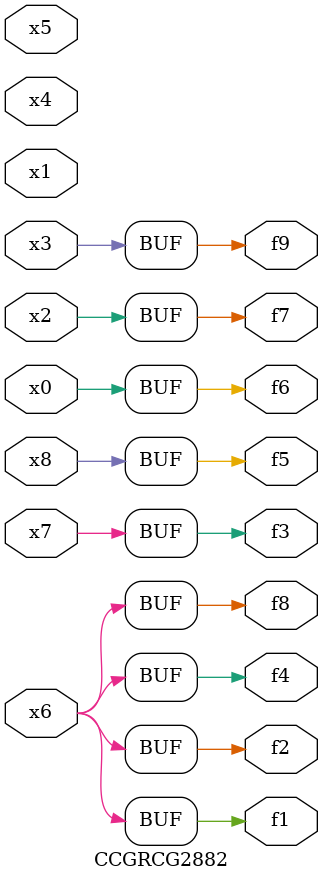
<source format=v>
module CCGRCG2882(
	input x0, x1, x2, x3, x4, x5, x6, x7, x8,
	output f1, f2, f3, f4, f5, f6, f7, f8, f9
);
	assign f1 = x6;
	assign f2 = x6;
	assign f3 = x7;
	assign f4 = x6;
	assign f5 = x8;
	assign f6 = x0;
	assign f7 = x2;
	assign f8 = x6;
	assign f9 = x3;
endmodule

</source>
